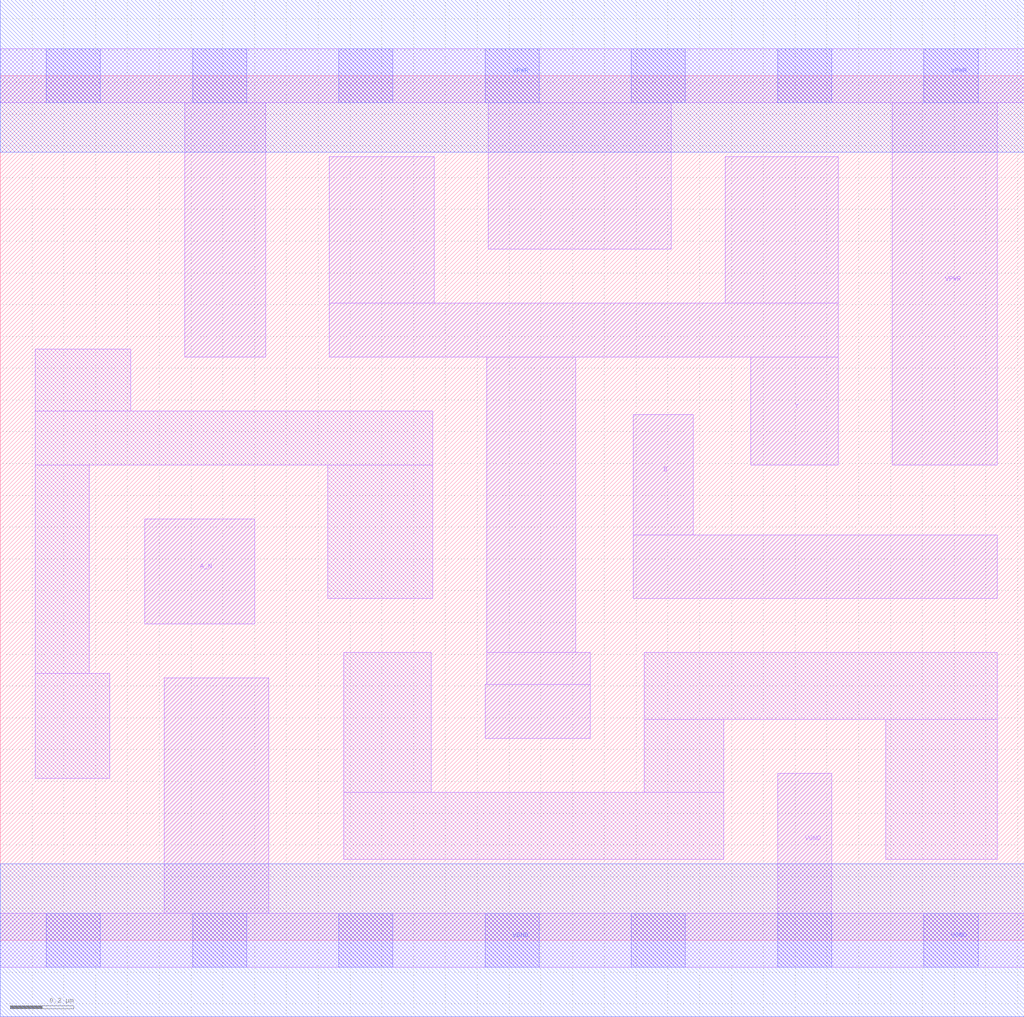
<source format=lef>
# Copyright 2020 The SkyWater PDK Authors
#
# Licensed under the Apache License, Version 2.0 (the "License");
# you may not use this file except in compliance with the License.
# You may obtain a copy of the License at
#
#     https://www.apache.org/licenses/LICENSE-2.0
#
# Unless required by applicable law or agreed to in writing, software
# distributed under the License is distributed on an "AS IS" BASIS,
# WITHOUT WARRANTIES OR CONDITIONS OF ANY KIND, either express or implied.
# See the License for the specific language governing permissions and
# limitations under the License.
#
# SPDX-License-Identifier: Apache-2.0

VERSION 5.7 ;
  NAMESCASESENSITIVE ON ;
  NOWIREEXTENSIONATPIN ON ;
  DIVIDERCHAR "/" ;
  BUSBITCHARS "[]" ;
UNITS
  DATABASE MICRONS 200 ;
END UNITS
MACRO sky130_fd_sc_hd__nand2b_2
  CLASS CORE ;
  SOURCE USER ;
  FOREIGN sky130_fd_sc_hd__nand2b_2 ;
  ORIGIN  0.000000  0.000000 ;
  SIZE  3.220000 BY  2.720000 ;
  SYMMETRY X Y R90 ;
  SITE unithd ;
  PIN A_N
    ANTENNAGATEAREA  0.126000 ;
    DIRECTION INPUT ;
    USE SIGNAL ;
    PORT
      LAYER li1 ;
        RECT 0.455000 0.995000 0.800000 1.325000 ;
    END
  END A_N
  PIN B
    ANTENNAGATEAREA  0.495000 ;
    DIRECTION INPUT ;
    USE SIGNAL ;
    PORT
      LAYER li1 ;
        RECT 1.990000 1.075000 3.135000 1.275000 ;
        RECT 1.990000 1.275000 2.180000 1.655000 ;
    END
  END B
  PIN Y
    ANTENNADIFFAREA  0.775500 ;
    DIRECTION OUTPUT ;
    USE SIGNAL ;
    PORT
      LAYER li1 ;
        RECT 1.035000 1.835000 2.635000 2.005000 ;
        RECT 1.035000 2.005000 1.365000 2.465000 ;
        RECT 1.525000 0.635000 1.855000 0.805000 ;
        RECT 1.530000 0.805000 1.855000 0.905000 ;
        RECT 1.530000 0.905000 1.810000 1.835000 ;
        RECT 2.280000 2.005000 2.635000 2.465000 ;
        RECT 2.360000 1.495000 2.635000 1.835000 ;
    END
  END Y
  PIN VGND
    DIRECTION INOUT ;
    SHAPE ABUTMENT ;
    USE GROUND ;
    PORT
      LAYER li1 ;
        RECT 0.000000 -0.085000 3.220000 0.085000 ;
        RECT 0.515000  0.085000 0.845000 0.825000 ;
        RECT 2.445000  0.085000 2.615000 0.525000 ;
      LAYER mcon ;
        RECT 0.145000 -0.085000 0.315000 0.085000 ;
        RECT 0.605000 -0.085000 0.775000 0.085000 ;
        RECT 1.065000 -0.085000 1.235000 0.085000 ;
        RECT 1.525000 -0.085000 1.695000 0.085000 ;
        RECT 1.985000 -0.085000 2.155000 0.085000 ;
        RECT 2.445000 -0.085000 2.615000 0.085000 ;
        RECT 2.905000 -0.085000 3.075000 0.085000 ;
      LAYER met1 ;
        RECT 0.000000 -0.240000 3.220000 0.240000 ;
    END
  END VGND
  PIN VPWR
    DIRECTION INOUT ;
    SHAPE ABUTMENT ;
    USE POWER ;
    PORT
      LAYER li1 ;
        RECT 0.000000 2.635000 3.220000 2.805000 ;
        RECT 0.580000 1.835000 0.835000 2.635000 ;
        RECT 1.535000 2.175000 2.110000 2.635000 ;
        RECT 2.805000 1.495000 3.135000 2.635000 ;
      LAYER mcon ;
        RECT 0.145000 2.635000 0.315000 2.805000 ;
        RECT 0.605000 2.635000 0.775000 2.805000 ;
        RECT 1.065000 2.635000 1.235000 2.805000 ;
        RECT 1.525000 2.635000 1.695000 2.805000 ;
        RECT 1.985000 2.635000 2.155000 2.805000 ;
        RECT 2.445000 2.635000 2.615000 2.805000 ;
        RECT 2.905000 2.635000 3.075000 2.805000 ;
      LAYER met1 ;
        RECT 0.000000 2.480000 3.220000 2.960000 ;
    END
  END VPWR
  OBS
    LAYER li1 ;
      RECT 0.110000 0.510000 0.345000 0.840000 ;
      RECT 0.110000 0.840000 0.280000 1.495000 ;
      RECT 0.110000 1.495000 1.360000 1.665000 ;
      RECT 0.110000 1.665000 0.410000 1.860000 ;
      RECT 1.030000 1.075000 1.360000 1.495000 ;
      RECT 1.080000 0.255000 2.275000 0.465000 ;
      RECT 1.080000 0.465000 1.355000 0.905000 ;
      RECT 2.025000 0.465000 2.275000 0.695000 ;
      RECT 2.025000 0.695000 3.135000 0.905000 ;
      RECT 2.785000 0.255000 3.135000 0.695000 ;
  END
END sky130_fd_sc_hd__nand2b_2
END LIBRARY

</source>
